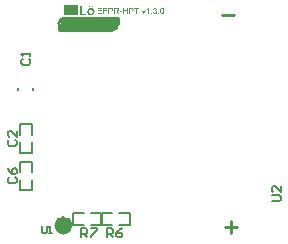
<source format=gto>
G04*
G04 #@! TF.GenerationSoftware,Altium Limited,CircuitStudio,1.5.2 (30)*
G04*
G04 Layer_Color=15065295*
%FSLAX25Y25*%
%MOIN*%
G70*
G01*
G75*
%ADD17C,0.01000*%
%ADD39C,0.03150*%
%ADD40C,0.00500*%
%ADD41R,0.19028X0.03413*%
%ADD42R,0.04921X0.03175*%
G36*
X-10913Y35500D02*
X-11160D01*
Y37074D01*
X-11163Y37071D01*
X-11177Y37060D01*
X-11195Y37042D01*
X-11224Y37022D01*
X-11256Y36996D01*
X-11297Y36967D01*
X-11343Y36935D01*
X-11395Y36903D01*
X-11398D01*
X-11401Y36900D01*
X-11419Y36888D01*
X-11448Y36873D01*
X-11483Y36856D01*
X-11524Y36836D01*
X-11567Y36815D01*
X-11611Y36795D01*
X-11654Y36777D01*
Y37016D01*
X-11652D01*
X-11646Y37022D01*
X-11634Y37025D01*
X-11620Y37034D01*
X-11602Y37042D01*
X-11582Y37054D01*
X-11532Y37083D01*
X-11474Y37115D01*
X-11416Y37156D01*
X-11355Y37202D01*
X-11294Y37252D01*
X-11291Y37255D01*
X-11288Y37258D01*
X-11279Y37266D01*
X-11268Y37275D01*
X-11241Y37304D01*
X-11206Y37339D01*
X-11171Y37380D01*
X-11134Y37426D01*
X-11102Y37473D01*
X-11073Y37522D01*
X-10913D01*
Y35500D01*
D02*
G37*
G36*
X-14209Y37275D02*
X-14873D01*
Y35500D01*
X-15141D01*
Y37275D01*
X-15804D01*
Y37514D01*
X-14209D01*
Y37275D01*
D02*
G37*
G36*
X-9856Y35500D02*
X-10138D01*
Y35782D01*
X-9856D01*
Y35500D01*
D02*
G37*
G36*
X-12551D02*
X-12787D01*
X-13337Y36961D01*
X-13075D01*
X-12760Y36085D01*
Y36082D01*
X-12757Y36079D01*
X-12754Y36070D01*
X-12752Y36062D01*
X-12743Y36033D01*
X-12731Y35995D01*
X-12717Y35951D01*
X-12699Y35902D01*
X-12685Y35846D01*
X-12667Y35791D01*
X-12664Y35797D01*
X-12661Y35811D01*
X-12653Y35835D01*
X-12644Y35870D01*
X-12629Y35907D01*
X-12615Y35957D01*
X-12595Y36009D01*
X-12574Y36068D01*
X-12251Y36961D01*
X-11995D01*
X-12551Y35500D01*
D02*
G37*
G36*
X-7508D02*
X-7790D01*
Y35782D01*
X-7508D01*
Y35500D01*
D02*
G37*
G36*
X-16660Y37511D02*
X-16610Y37508D01*
X-16558Y37505D01*
X-16508Y37499D01*
X-16465Y37493D01*
X-16459D01*
X-16439Y37488D01*
X-16412Y37482D01*
X-16377Y37473D01*
X-16340Y37458D01*
X-16299Y37441D01*
X-16255Y37421D01*
X-16217Y37397D01*
X-16212Y37394D01*
X-16200Y37386D01*
X-16183Y37368D01*
X-16159Y37348D01*
X-16133Y37322D01*
X-16107Y37287D01*
X-16078Y37249D01*
X-16054Y37205D01*
X-16051Y37199D01*
X-16046Y37185D01*
X-16034Y37159D01*
X-16022Y37124D01*
X-16014Y37083D01*
X-16002Y37036D01*
X-15996Y36984D01*
X-15993Y36929D01*
Y36926D01*
Y36917D01*
Y36906D01*
X-15996Y36885D01*
X-15999Y36865D01*
X-16002Y36839D01*
X-16008Y36810D01*
X-16014Y36777D01*
X-16034Y36711D01*
X-16046Y36676D01*
X-16063Y36638D01*
X-16083Y36600D01*
X-16104Y36565D01*
X-16130Y36530D01*
X-16159Y36495D01*
X-16162Y36492D01*
X-16168Y36487D01*
X-16177Y36478D01*
X-16191Y36469D01*
X-16209Y36454D01*
X-16232Y36440D01*
X-16261Y36423D01*
X-16293Y36408D01*
X-16331Y36391D01*
X-16375Y36373D01*
X-16421Y36358D01*
X-16476Y36347D01*
X-16535Y36335D01*
X-16599Y36326D01*
X-16671Y36321D01*
X-16747Y36318D01*
X-17262D01*
Y35500D01*
X-17530D01*
Y37514D01*
X-16703D01*
X-16660Y37511D01*
D02*
G37*
G36*
X-26542Y37275D02*
X-27732D01*
Y36661D01*
X-26618D01*
Y36423D01*
X-27732D01*
Y35739D01*
X-26496D01*
Y35500D01*
X-28000D01*
Y37514D01*
X-26542D01*
Y37275D01*
D02*
G37*
G36*
X-6431Y37519D02*
X-6393Y37514D01*
X-6350Y37505D01*
X-6303Y37493D01*
X-6254Y37479D01*
X-6207Y37455D01*
X-6204D01*
X-6201Y37453D01*
X-6187Y37444D01*
X-6163Y37429D01*
X-6134Y37409D01*
X-6102Y37380D01*
X-6067Y37348D01*
X-6035Y37310D01*
X-6003Y37266D01*
X-6000Y37261D01*
X-5989Y37246D01*
X-5977Y37220D01*
X-5957Y37182D01*
X-5939Y37138D01*
X-5916Y37089D01*
X-5896Y37031D01*
X-5878Y36967D01*
Y36964D01*
X-5875Y36958D01*
X-5872Y36949D01*
X-5869Y36935D01*
X-5866Y36917D01*
X-5864Y36897D01*
X-5858Y36871D01*
X-5855Y36841D01*
X-5849Y36810D01*
X-5846Y36775D01*
X-5843Y36734D01*
X-5837Y36693D01*
X-5835Y36647D01*
Y36600D01*
X-5832Y36548D01*
Y36492D01*
Y36489D01*
Y36478D01*
Y36457D01*
Y36434D01*
X-5835Y36402D01*
Y36367D01*
X-5837Y36329D01*
X-5840Y36289D01*
X-5849Y36195D01*
X-5864Y36099D01*
X-5881Y36006D01*
X-5893Y35963D01*
X-5907Y35919D01*
Y35916D01*
X-5910Y35910D01*
X-5916Y35899D01*
X-5922Y35884D01*
X-5928Y35864D01*
X-5939Y35843D01*
X-5963Y35794D01*
X-5992Y35741D01*
X-6030Y35683D01*
X-6073Y35631D01*
X-6126Y35581D01*
X-6128D01*
X-6131Y35576D01*
X-6140Y35570D01*
X-6152Y35564D01*
X-6166Y35555D01*
X-6181Y35544D01*
X-6225Y35523D01*
X-6277Y35503D01*
X-6338Y35482D01*
X-6411Y35471D01*
X-6489Y35465D01*
X-6518D01*
X-6539Y35468D01*
X-6562Y35471D01*
X-6591Y35477D01*
X-6623Y35482D01*
X-6658Y35491D01*
X-6693Y35503D01*
X-6731Y35515D01*
X-6769Y35532D01*
X-6807Y35552D01*
X-6844Y35576D01*
X-6882Y35605D01*
X-6917Y35637D01*
X-6949Y35672D01*
X-6952Y35675D01*
X-6958Y35683D01*
X-6966Y35698D01*
X-6981Y35721D01*
X-6996Y35747D01*
X-7010Y35782D01*
X-7030Y35823D01*
X-7048Y35870D01*
X-7066Y35922D01*
X-7083Y35983D01*
X-7100Y36050D01*
X-7115Y36126D01*
X-7130Y36207D01*
X-7138Y36294D01*
X-7144Y36391D01*
X-7147Y36492D01*
Y36495D01*
Y36507D01*
Y36527D01*
Y36551D01*
X-7144Y36582D01*
Y36617D01*
X-7141Y36655D01*
X-7138Y36699D01*
X-7130Y36789D01*
X-7115Y36885D01*
X-7097Y36981D01*
X-7086Y37025D01*
X-7074Y37069D01*
Y37071D01*
X-7071Y37077D01*
X-7066Y37089D01*
X-7060Y37103D01*
X-7054Y37124D01*
X-7042Y37144D01*
X-7019Y37194D01*
X-6990Y37246D01*
X-6952Y37301D01*
X-6908Y37357D01*
X-6856Y37403D01*
X-6853D01*
X-6850Y37409D01*
X-6841Y37415D01*
X-6830Y37421D01*
X-6815Y37432D01*
X-6798Y37441D01*
X-6754Y37464D01*
X-6702Y37485D01*
X-6641Y37505D01*
X-6568Y37517D01*
X-6489Y37522D01*
X-6463D01*
X-6431Y37519D01*
D02*
G37*
G36*
X-24752Y37275D02*
X-25847D01*
Y36652D01*
X-24901D01*
Y36414D01*
X-25847D01*
Y35500D01*
X-26114D01*
Y37514D01*
X-24752D01*
Y37275D01*
D02*
G37*
G36*
X-21569Y37511D02*
X-21543D01*
X-21482Y37508D01*
X-21418Y37499D01*
X-21348Y37490D01*
X-21284Y37476D01*
X-21252Y37467D01*
X-21226Y37458D01*
X-21223D01*
X-21220Y37455D01*
X-21202Y37447D01*
X-21176Y37435D01*
X-21144Y37415D01*
X-21109Y37389D01*
X-21071Y37354D01*
X-21036Y37313D01*
X-21001Y37266D01*
Y37264D01*
X-20999Y37261D01*
X-20987Y37243D01*
X-20975Y37214D01*
X-20958Y37176D01*
X-20943Y37132D01*
X-20929Y37080D01*
X-20920Y37025D01*
X-20917Y36964D01*
Y36961D01*
Y36955D01*
Y36943D01*
X-20920Y36929D01*
Y36908D01*
X-20923Y36888D01*
X-20934Y36839D01*
X-20952Y36780D01*
X-20975Y36719D01*
X-21010Y36658D01*
X-21034Y36629D01*
X-21057Y36600D01*
X-21060Y36597D01*
X-21063Y36594D01*
X-21071Y36585D01*
X-21083Y36577D01*
X-21098Y36565D01*
X-21115Y36553D01*
X-21138Y36539D01*
X-21161Y36521D01*
X-21191Y36507D01*
X-21223Y36492D01*
X-21258Y36475D01*
X-21295Y36460D01*
X-21339Y36449D01*
X-21383Y36434D01*
X-21432Y36425D01*
X-21485Y36417D01*
X-21479Y36414D01*
X-21467Y36408D01*
X-21450Y36396D01*
X-21426Y36385D01*
X-21374Y36353D01*
X-21348Y36332D01*
X-21325Y36315D01*
X-21319Y36309D01*
X-21304Y36294D01*
X-21281Y36271D01*
X-21252Y36242D01*
X-21220Y36201D01*
X-21182Y36158D01*
X-21144Y36105D01*
X-21103Y36047D01*
X-20757Y35500D01*
X-21089D01*
X-21354Y35919D01*
Y35922D01*
X-21359Y35928D01*
X-21365Y35936D01*
X-21374Y35948D01*
X-21394Y35980D01*
X-21420Y36021D01*
X-21452Y36064D01*
X-21485Y36111D01*
X-21517Y36155D01*
X-21546Y36195D01*
X-21549Y36198D01*
X-21557Y36210D01*
X-21572Y36228D01*
X-21592Y36248D01*
X-21636Y36292D01*
X-21659Y36312D01*
X-21682Y36329D01*
X-21685Y36332D01*
X-21691Y36335D01*
X-21703Y36341D01*
X-21720Y36350D01*
X-21738Y36358D01*
X-21758Y36367D01*
X-21805Y36382D01*
X-21808D01*
X-21813Y36385D01*
X-21825D01*
X-21839Y36388D01*
X-21860Y36391D01*
X-21883D01*
X-21915Y36393D01*
X-22259D01*
Y35500D01*
X-22526D01*
Y37514D01*
X-21592D01*
X-21569Y37511D01*
D02*
G37*
G36*
X-23536D02*
X-23487Y37508D01*
X-23434Y37505D01*
X-23385Y37499D01*
X-23341Y37493D01*
X-23335D01*
X-23315Y37488D01*
X-23289Y37482D01*
X-23254Y37473D01*
X-23216Y37458D01*
X-23175Y37441D01*
X-23132Y37421D01*
X-23094Y37397D01*
X-23088Y37394D01*
X-23076Y37386D01*
X-23059Y37368D01*
X-23035Y37348D01*
X-23009Y37322D01*
X-22983Y37287D01*
X-22954Y37249D01*
X-22931Y37205D01*
X-22928Y37199D01*
X-22922Y37185D01*
X-22910Y37159D01*
X-22899Y37124D01*
X-22890Y37083D01*
X-22878Y37036D01*
X-22873Y36984D01*
X-22870Y36929D01*
Y36926D01*
Y36917D01*
Y36906D01*
X-22873Y36885D01*
X-22875Y36865D01*
X-22878Y36839D01*
X-22884Y36810D01*
X-22890Y36777D01*
X-22910Y36711D01*
X-22922Y36676D01*
X-22940Y36638D01*
X-22960Y36600D01*
X-22980Y36565D01*
X-23006Y36530D01*
X-23035Y36495D01*
X-23039Y36492D01*
X-23044Y36487D01*
X-23053Y36478D01*
X-23067Y36469D01*
X-23085Y36454D01*
X-23108Y36440D01*
X-23137Y36423D01*
X-23169Y36408D01*
X-23207Y36391D01*
X-23251Y36373D01*
X-23297Y36358D01*
X-23353Y36347D01*
X-23411Y36335D01*
X-23475Y36326D01*
X-23548Y36321D01*
X-23623Y36318D01*
X-24138D01*
Y35500D01*
X-24406D01*
Y37514D01*
X-23580D01*
X-23536Y37511D01*
D02*
G37*
G36*
X-30144Y37460D02*
X-30097Y37455D01*
X-30047Y37446D01*
X-29987Y37437D01*
X-29926Y37423D01*
X-29857Y37405D01*
X-29788Y37381D01*
X-29719Y37354D01*
X-29645Y37321D01*
X-29571Y37280D01*
X-29502Y37233D01*
X-29432Y37183D01*
X-29368Y37123D01*
X-29363Y37118D01*
X-29354Y37109D01*
X-29335Y37086D01*
X-29317Y37063D01*
X-29289Y37026D01*
X-29261Y36989D01*
X-29229Y36938D01*
X-29197Y36887D01*
X-29169Y36827D01*
X-29136Y36762D01*
X-29109Y36688D01*
X-29081Y36615D01*
X-29063Y36531D01*
X-29044Y36448D01*
X-29035Y36356D01*
X-29030Y36259D01*
Y36254D01*
Y36236D01*
Y36208D01*
X-29035Y36171D01*
X-29039Y36125D01*
X-29049Y36074D01*
X-29058Y36014D01*
X-29072Y35954D01*
X-29090Y35884D01*
X-29113Y35815D01*
X-29141Y35741D01*
X-29173Y35667D01*
X-29215Y35593D01*
X-29261Y35524D01*
X-29312Y35455D01*
X-29372Y35386D01*
X-29377Y35381D01*
X-29386Y35372D01*
X-29405Y35353D01*
X-29432Y35330D01*
X-29465Y35307D01*
X-29506Y35279D01*
X-29552Y35247D01*
X-29603Y35215D01*
X-29663Y35182D01*
X-29728Y35150D01*
X-29797Y35122D01*
X-29876Y35099D01*
X-29954Y35076D01*
X-30042Y35058D01*
X-30130Y35048D01*
X-30227Y35044D01*
X-30259D01*
X-30282Y35048D01*
X-30310D01*
X-30342Y35053D01*
X-30421Y35062D01*
X-30518Y35081D01*
X-30619Y35104D01*
X-30726Y35141D01*
X-30837Y35187D01*
X-30841D01*
X-30850Y35192D01*
X-30864Y35201D01*
X-30883Y35215D01*
X-30934Y35247D01*
X-30998Y35293D01*
X-31068Y35353D01*
X-31142Y35427D01*
X-31211Y35510D01*
X-31275Y35607D01*
Y35612D01*
X-31280Y35621D01*
X-31289Y35635D01*
X-31299Y35658D01*
X-31308Y35686D01*
X-31322Y35718D01*
X-31336Y35755D01*
X-31350Y35797D01*
X-31363Y35843D01*
X-31377Y35894D01*
X-31400Y36009D01*
X-31419Y36143D01*
X-31423Y36286D01*
Y36291D01*
Y36300D01*
Y36319D01*
X-31419Y36337D01*
Y36365D01*
X-31414Y36397D01*
X-31405Y36476D01*
X-31386Y36564D01*
X-31359Y36661D01*
X-31326Y36767D01*
X-31275Y36873D01*
Y36878D01*
X-31266Y36887D01*
X-31262Y36901D01*
X-31248Y36919D01*
X-31211Y36970D01*
X-31165Y37035D01*
X-31105Y37104D01*
X-31031Y37178D01*
X-30948Y37247D01*
X-30850Y37312D01*
X-30846D01*
X-30837Y37317D01*
X-30823Y37326D01*
X-30800Y37335D01*
X-30777Y37349D01*
X-30744Y37358D01*
X-30707Y37372D01*
X-30670Y37391D01*
X-30578Y37418D01*
X-30472Y37441D01*
X-30356Y37460D01*
X-30231Y37464D01*
X-30181D01*
X-30144Y37460D01*
D02*
G37*
G36*
X-17975Y35500D02*
X-18243D01*
Y36449D01*
X-19285D01*
Y35500D01*
X-19552D01*
Y37514D01*
X-19285D01*
Y36687D01*
X-18243D01*
Y37514D01*
X-17975D01*
Y35500D01*
D02*
G37*
G36*
X-33345Y35635D02*
X-31738D01*
Y35094D01*
X-33992D01*
Y38268D01*
X-33345D01*
Y35635D01*
D02*
G37*
G36*
X-29478Y37714D02*
X-30005D01*
Y38241D01*
X-29478D01*
Y37714D01*
D02*
G37*
G36*
X-30421D02*
X-30948D01*
Y38241D01*
X-30421D01*
Y37714D01*
D02*
G37*
G36*
X-8803Y37519D02*
X-8765Y37514D01*
X-8718Y37505D01*
X-8666Y37490D01*
X-8614Y37473D01*
X-8561Y37450D01*
X-8558D01*
X-8555Y37447D01*
X-8538Y37438D01*
X-8512Y37421D01*
X-8483Y37400D01*
X-8448Y37371D01*
X-8413Y37339D01*
X-8378Y37301D01*
X-8349Y37258D01*
X-8346Y37252D01*
X-8337Y37237D01*
X-8326Y37211D01*
X-8311Y37179D01*
X-8296Y37141D01*
X-8285Y37098D01*
X-8276Y37048D01*
X-8273Y36999D01*
Y36993D01*
Y36975D01*
X-8276Y36952D01*
X-8282Y36920D01*
X-8291Y36882D01*
X-8305Y36841D01*
X-8323Y36801D01*
X-8346Y36760D01*
X-8349Y36754D01*
X-8358Y36743D01*
X-8375Y36722D01*
X-8398Y36699D01*
X-8427Y36673D01*
X-8462Y36644D01*
X-8503Y36617D01*
X-8552Y36591D01*
X-8550D01*
X-8544Y36588D01*
X-8535Y36585D01*
X-8523Y36582D01*
X-8491Y36571D01*
X-8451Y36553D01*
X-8404Y36530D01*
X-8358Y36501D01*
X-8314Y36463D01*
X-8273Y36420D01*
X-8270Y36414D01*
X-8259Y36396D01*
X-8241Y36367D01*
X-8224Y36329D01*
X-8206Y36283D01*
X-8189Y36228D01*
X-8177Y36163D01*
X-8174Y36094D01*
Y36091D01*
Y36082D01*
Y36068D01*
X-8177Y36050D01*
X-8180Y36027D01*
X-8186Y36000D01*
X-8192Y35971D01*
X-8197Y35939D01*
X-8221Y35870D01*
X-8238Y35832D01*
X-8256Y35797D01*
X-8279Y35759D01*
X-8305Y35721D01*
X-8334Y35683D01*
X-8369Y35648D01*
X-8372Y35645D01*
X-8378Y35640D01*
X-8389Y35631D01*
X-8404Y35619D01*
X-8422Y35605D01*
X-8445Y35590D01*
X-8471Y35573D01*
X-8503Y35558D01*
X-8535Y35541D01*
X-8573Y35523D01*
X-8611Y35509D01*
X-8654Y35494D01*
X-8701Y35482D01*
X-8750Y35474D01*
X-8800Y35468D01*
X-8855Y35465D01*
X-8881D01*
X-8899Y35468D01*
X-8922Y35471D01*
X-8948Y35474D01*
X-8977Y35480D01*
X-9009Y35485D01*
X-9079Y35503D01*
X-9152Y35532D01*
X-9190Y35550D01*
X-9225Y35570D01*
X-9260Y35596D01*
X-9295Y35622D01*
X-9297Y35625D01*
X-9303Y35631D01*
X-9312Y35640D01*
X-9321Y35651D01*
X-9335Y35666D01*
X-9350Y35686D01*
X-9367Y35707D01*
X-9385Y35733D01*
X-9402Y35762D01*
X-9420Y35791D01*
X-9452Y35861D01*
X-9478Y35942D01*
X-9487Y35986D01*
X-9492Y36033D01*
X-9245Y36064D01*
Y36062D01*
X-9242Y36056D01*
X-9239Y36044D01*
X-9236Y36030D01*
X-9233Y36012D01*
X-9228Y35992D01*
X-9213Y35948D01*
X-9193Y35896D01*
X-9166Y35846D01*
X-9137Y35800D01*
X-9103Y35759D01*
X-9097Y35756D01*
X-9085Y35744D01*
X-9062Y35730D01*
X-9033Y35715D01*
X-8998Y35698D01*
X-8954Y35683D01*
X-8905Y35672D01*
X-8852Y35669D01*
X-8835D01*
X-8823Y35672D01*
X-8791Y35675D01*
X-8750Y35683D01*
X-8704Y35698D01*
X-8654Y35718D01*
X-8605Y35747D01*
X-8558Y35788D01*
X-8552Y35794D01*
X-8538Y35811D01*
X-8521Y35838D01*
X-8497Y35873D01*
X-8474Y35916D01*
X-8456Y35966D01*
X-8442Y36024D01*
X-8436Y36088D01*
Y36091D01*
Y36097D01*
Y36105D01*
X-8439Y36117D01*
X-8442Y36149D01*
X-8451Y36187D01*
X-8462Y36233D01*
X-8483Y36280D01*
X-8512Y36326D01*
X-8550Y36370D01*
X-8555Y36376D01*
X-8570Y36388D01*
X-8593Y36405D01*
X-8625Y36425D01*
X-8666Y36446D01*
X-8715Y36463D01*
X-8771Y36475D01*
X-8832Y36481D01*
X-8858D01*
X-8878Y36478D01*
X-8905Y36475D01*
X-8934Y36469D01*
X-8969Y36463D01*
X-9006Y36454D01*
X-8977Y36673D01*
X-8963D01*
X-8951Y36670D01*
X-8913D01*
X-8881Y36676D01*
X-8844Y36682D01*
X-8800Y36690D01*
X-8750Y36705D01*
X-8704Y36725D01*
X-8654Y36751D01*
X-8651D01*
X-8648Y36754D01*
X-8634Y36766D01*
X-8614Y36786D01*
X-8590Y36812D01*
X-8567Y36850D01*
X-8547Y36894D01*
X-8532Y36943D01*
X-8526Y36972D01*
Y37005D01*
Y37007D01*
Y37010D01*
Y37028D01*
X-8532Y37051D01*
X-8538Y37083D01*
X-8550Y37118D01*
X-8564Y37156D01*
X-8587Y37194D01*
X-8619Y37229D01*
X-8622Y37231D01*
X-8637Y37243D01*
X-8657Y37258D01*
X-8683Y37275D01*
X-8718Y37290D01*
X-8759Y37304D01*
X-8806Y37316D01*
X-8858Y37319D01*
X-8881D01*
X-8907Y37313D01*
X-8942Y37307D01*
X-8980Y37295D01*
X-9018Y37281D01*
X-9059Y37258D01*
X-9097Y37229D01*
X-9100Y37226D01*
X-9111Y37211D01*
X-9129Y37191D01*
X-9149Y37162D01*
X-9169Y37124D01*
X-9190Y37077D01*
X-9207Y37022D01*
X-9219Y36958D01*
X-9466Y37002D01*
Y37005D01*
X-9463Y37013D01*
X-9460Y37025D01*
X-9458Y37042D01*
X-9452Y37063D01*
X-9443Y37086D01*
X-9426Y37141D01*
X-9396Y37205D01*
X-9362Y37269D01*
X-9318Y37330D01*
X-9262Y37386D01*
X-9260Y37389D01*
X-9254Y37391D01*
X-9245Y37397D01*
X-9233Y37406D01*
X-9219Y37418D01*
X-9199Y37429D01*
X-9178Y37441D01*
X-9152Y37455D01*
X-9094Y37479D01*
X-9027Y37502D01*
X-8948Y37517D01*
X-8907Y37522D01*
X-8835D01*
X-8803Y37519D01*
D02*
G37*
G36*
X-19864Y36105D02*
X-20629D01*
Y36353D01*
X-19864D01*
Y36105D01*
D02*
G37*
%LPC*%
G36*
X-30227Y36966D02*
X-30250D01*
X-30268Y36961D01*
X-30310Y36956D01*
X-30365Y36942D01*
X-30430Y36919D01*
X-30499Y36887D01*
X-30569Y36841D01*
X-30633Y36781D01*
X-30638Y36772D01*
X-30656Y36748D01*
X-30684Y36702D01*
X-30712Y36647D01*
X-30744Y36573D01*
X-30767Y36481D01*
X-30786Y36374D01*
X-30795Y36254D01*
Y36250D01*
Y36240D01*
Y36222D01*
X-30790Y36199D01*
Y36166D01*
X-30786Y36134D01*
X-30777Y36060D01*
X-30753Y35972D01*
X-30726Y35884D01*
X-30689Y35797D01*
X-30633Y35723D01*
X-30624Y35714D01*
X-30606Y35695D01*
X-30569Y35667D01*
X-30518Y35635D01*
X-30462Y35598D01*
X-30393Y35570D01*
X-30315Y35552D01*
X-30227Y35543D01*
X-30204D01*
X-30185Y35547D01*
X-30144Y35552D01*
X-30088Y35566D01*
X-30024Y35589D01*
X-29954Y35616D01*
X-29890Y35663D01*
X-29825Y35723D01*
X-29816Y35732D01*
X-29797Y35755D01*
X-29774Y35801D01*
X-29742Y35857D01*
X-29709Y35935D01*
X-29686Y36023D01*
X-29668Y36134D01*
X-29659Y36254D01*
Y36259D01*
Y36268D01*
Y36286D01*
X-29663Y36309D01*
Y36337D01*
X-29668Y36374D01*
X-29677Y36448D01*
X-29700Y36531D01*
X-29728Y36619D01*
X-29769Y36707D01*
X-29825Y36781D01*
X-29834Y36790D01*
X-29853Y36808D01*
X-29890Y36841D01*
X-29936Y36873D01*
X-29996Y36906D01*
X-30060Y36938D01*
X-30139Y36956D01*
X-30227Y36966D01*
D02*
G37*
G36*
X-6492Y37319D02*
X-6510D01*
X-6521Y37316D01*
X-6553Y37310D01*
X-6591Y37301D01*
X-6635Y37284D01*
X-6681Y37258D01*
X-6705Y37240D01*
X-6728Y37223D01*
X-6748Y37199D01*
X-6769Y37173D01*
Y37170D01*
X-6775Y37165D01*
X-6780Y37153D01*
X-6789Y37138D01*
X-6798Y37115D01*
X-6809Y37089D01*
X-6818Y37057D01*
X-6830Y37019D01*
X-6841Y36975D01*
X-6853Y36926D01*
X-6865Y36871D01*
X-6873Y36810D01*
X-6882Y36740D01*
X-6888Y36664D01*
X-6891Y36582D01*
X-6894Y36492D01*
Y36487D01*
Y36472D01*
Y36446D01*
X-6891Y36411D01*
Y36373D01*
X-6888Y36326D01*
X-6885Y36277D01*
X-6879Y36225D01*
X-6865Y36111D01*
X-6856Y36056D01*
X-6844Y36003D01*
X-6833Y35954D01*
X-6815Y35907D01*
X-6798Y35867D01*
X-6777Y35832D01*
Y35829D01*
X-6772Y35826D01*
X-6757Y35805D01*
X-6731Y35779D01*
X-6699Y35750D01*
X-6655Y35721D01*
X-6606Y35695D01*
X-6550Y35675D01*
X-6521Y35672D01*
X-6489Y35669D01*
X-6472D01*
X-6460Y35672D01*
X-6431Y35677D01*
X-6390Y35689D01*
X-6347Y35710D01*
X-6297Y35739D01*
X-6274Y35756D01*
X-6251Y35779D01*
X-6227Y35803D01*
X-6204Y35832D01*
Y35835D01*
X-6198Y35840D01*
X-6193Y35849D01*
X-6187Y35864D01*
X-6175Y35884D01*
X-6166Y35910D01*
X-6155Y35939D01*
X-6143Y35974D01*
X-6134Y36018D01*
X-6123Y36064D01*
X-6111Y36120D01*
X-6102Y36178D01*
X-6096Y36248D01*
X-6091Y36321D01*
X-6085Y36402D01*
Y36492D01*
Y36495D01*
Y36498D01*
Y36513D01*
Y36539D01*
X-6088Y36574D01*
Y36612D01*
X-6091Y36658D01*
X-6094Y36708D01*
X-6099Y36763D01*
X-6114Y36873D01*
X-6123Y36929D01*
X-6134Y36981D01*
X-6146Y37031D01*
X-6163Y37077D01*
X-6181Y37118D01*
X-6201Y37153D01*
Y37156D01*
X-6207Y37159D01*
X-6213Y37167D01*
X-6222Y37179D01*
X-6248Y37205D01*
X-6280Y37237D01*
X-6323Y37266D01*
X-6373Y37293D01*
X-6399Y37304D01*
X-6428Y37313D01*
X-6460Y37316D01*
X-6492Y37319D01*
D02*
G37*
G36*
X-21624Y37290D02*
X-22259D01*
Y36623D01*
X-21659D01*
X-21624Y36626D01*
X-21583Y36629D01*
X-21537Y36632D01*
X-21490Y36638D01*
X-21444Y36647D01*
X-21403Y36658D01*
X-21397Y36661D01*
X-21386Y36667D01*
X-21368Y36676D01*
X-21345Y36687D01*
X-21319Y36705D01*
X-21292Y36725D01*
X-21266Y36751D01*
X-21246Y36780D01*
X-21243Y36783D01*
X-21237Y36795D01*
X-21228Y36812D01*
X-21217Y36836D01*
X-21208Y36862D01*
X-21199Y36891D01*
X-21193Y36926D01*
X-21191Y36961D01*
Y36964D01*
Y36967D01*
X-21193Y36984D01*
X-21196Y37010D01*
X-21202Y37045D01*
X-21217Y37080D01*
X-21234Y37121D01*
X-21260Y37159D01*
X-21295Y37196D01*
X-21301Y37199D01*
X-21316Y37211D01*
X-21339Y37226D01*
X-21377Y37243D01*
X-21420Y37261D01*
X-21479Y37275D01*
X-21546Y37287D01*
X-21624Y37290D01*
D02*
G37*
G36*
X-16686Y37275D02*
X-17262D01*
Y36556D01*
X-16721D01*
X-16701Y36559D01*
X-16680D01*
X-16657Y36562D01*
X-16601Y36568D01*
X-16540Y36580D01*
X-16479Y36597D01*
X-16424Y36620D01*
X-16398Y36635D01*
X-16377Y36652D01*
X-16372Y36658D01*
X-16360Y36670D01*
X-16342Y36693D01*
X-16322Y36722D01*
X-16302Y36760D01*
X-16284Y36807D01*
X-16273Y36859D01*
X-16267Y36920D01*
Y36923D01*
Y36926D01*
Y36940D01*
X-16270Y36967D01*
X-16276Y36996D01*
X-16281Y37028D01*
X-16293Y37066D01*
X-16310Y37100D01*
X-16331Y37135D01*
X-16334Y37138D01*
X-16342Y37150D01*
X-16357Y37165D01*
X-16375Y37185D01*
X-16401Y37205D01*
X-16430Y37223D01*
X-16462Y37240D01*
X-16500Y37255D01*
X-16503D01*
X-16514Y37258D01*
X-16532Y37261D01*
X-16555Y37266D01*
X-16590Y37269D01*
X-16634Y37272D01*
X-16686Y37275D01*
D02*
G37*
G36*
X-23562D02*
X-24138D01*
Y36556D01*
X-23597D01*
X-23577Y36559D01*
X-23556D01*
X-23533Y36562D01*
X-23478Y36568D01*
X-23417Y36580D01*
X-23356Y36597D01*
X-23300Y36620D01*
X-23274Y36635D01*
X-23254Y36652D01*
X-23248Y36658D01*
X-23236Y36670D01*
X-23219Y36693D01*
X-23199Y36722D01*
X-23178Y36760D01*
X-23161Y36807D01*
X-23149Y36859D01*
X-23143Y36920D01*
Y36923D01*
Y36926D01*
Y36940D01*
X-23146Y36967D01*
X-23152Y36996D01*
X-23158Y37028D01*
X-23169Y37066D01*
X-23187Y37100D01*
X-23207Y37135D01*
X-23210Y37138D01*
X-23219Y37150D01*
X-23233Y37165D01*
X-23251Y37185D01*
X-23277Y37205D01*
X-23306Y37223D01*
X-23338Y37240D01*
X-23376Y37255D01*
X-23379D01*
X-23391Y37258D01*
X-23408Y37261D01*
X-23431Y37266D01*
X-23466Y37269D01*
X-23510Y37272D01*
X-23562Y37275D01*
D02*
G37*
%LPD*%
D17*
X-38992Y34150D02*
G03*
X-40961Y32221I-20J-1949D01*
G01*
X-23205Y30071D02*
G03*
X-21276Y32000I0J1929D01*
G01*
X-38992Y34150D02*
X-21276D01*
X-38992Y34150D02*
X-38992Y34150D01*
X-21276Y32000D02*
Y34150D01*
X-40961Y30000D02*
Y32221D01*
Y30000D02*
X-40961Y30000D01*
X-23276D01*
X-23205Y30071D01*
X14500Y-35501D02*
X18499D01*
X16499Y-33502D02*
Y-37500D01*
X13500Y34999D02*
X17499D01*
D39*
X-37795Y-35000D02*
G03*
X-37795Y-35000I-1575J0D01*
G01*
D40*
X-26700D02*
Y-31000D01*
X-17300Y-35000D02*
Y-31000D01*
X-26700Y-35000D02*
X-23200D01*
X-26700Y-31000D02*
X-23200D01*
X-20800D02*
X-17300D01*
X-20800Y-35000D02*
X-17300D01*
X-26800D02*
Y-31000D01*
X-36200Y-35000D02*
Y-31000D01*
X-30300D02*
X-26800D01*
X-30300Y-35000D02*
X-26800D01*
X-36200D02*
X-32700D01*
X-36200Y-31000D02*
X-32700D01*
X-54500Y10106D02*
Y10894D01*
X-49500Y10106D02*
Y10894D01*
X-50000Y-17300D02*
Y-13800D01*
X-54000Y-17300D02*
Y-13800D01*
Y-23200D02*
Y-19700D01*
X-50000Y-23200D02*
Y-19700D01*
X-54000Y-13800D02*
X-50000D01*
X-54000Y-23200D02*
X-50000D01*
X-54000Y-10700D02*
Y-7200D01*
X-50000Y-10700D02*
Y-7200D01*
Y-4800D02*
Y-1300D01*
X-54000Y-4800D02*
Y-1300D01*
Y-10700D02*
X-50000D01*
X-54000Y-1300D02*
X-50000D01*
X-33500Y-39000D02*
Y-35851D01*
X-31926D01*
X-31401Y-36376D01*
Y-37426D01*
X-31926Y-37951D01*
X-33500D01*
X-32451D02*
X-31401Y-39000D01*
X-30351Y-35851D02*
X-28252D01*
Y-36376D01*
X-30351Y-38475D01*
Y-39000D01*
X-25000D02*
Y-35851D01*
X-23426D01*
X-22901Y-36376D01*
Y-37426D01*
X-23426Y-37951D01*
X-25000D01*
X-23950D02*
X-22901Y-39000D01*
X-19752Y-35851D02*
X-20802Y-36376D01*
X-21851Y-37426D01*
Y-38475D01*
X-21327Y-39000D01*
X-20277D01*
X-19752Y-38475D01*
Y-37951D01*
X-20277Y-37426D01*
X-21851D01*
X-57499Y-19001D02*
X-57999Y-19500D01*
Y-20500D01*
X-57499Y-21000D01*
X-55500D01*
X-55000Y-20500D01*
Y-19500D01*
X-55500Y-19001D01*
X-57999Y-16002D02*
X-57499Y-17001D01*
X-56499Y-18001D01*
X-55500D01*
X-55000Y-17501D01*
Y-16501D01*
X-55500Y-16002D01*
X-56000D01*
X-56499Y-16501D01*
Y-18001D01*
X30001Y-27000D02*
X32500D01*
X33000Y-26500D01*
Y-25501D01*
X32500Y-25001D01*
X30001D01*
X33000Y-22002D02*
Y-24001D01*
X31001Y-22002D01*
X30501D01*
X30001Y-22501D01*
Y-23501D01*
X30501Y-24001D01*
X-46500Y-35139D02*
Y-37106D01*
X-46106Y-37500D01*
X-45319D01*
X-44926Y-37106D01*
Y-35139D01*
X-44139Y-37500D02*
X-43351D01*
X-43745D01*
Y-35139D01*
X-44139Y-35532D01*
X-57499Y-6521D02*
X-57999Y-7021D01*
Y-8020D01*
X-57499Y-8520D01*
X-55500D01*
X-55000Y-8020D01*
Y-7021D01*
X-55500Y-6521D01*
X-55000Y-3522D02*
Y-5521D01*
X-56999Y-3522D01*
X-57499D01*
X-57999Y-4022D01*
Y-5021D01*
X-57499Y-5521D01*
X-52999Y20499D02*
X-53499Y19999D01*
Y19000D01*
X-52999Y18500D01*
X-51000D01*
X-50500Y19000D01*
Y19999D01*
X-51000Y20499D01*
X-50500Y21499D02*
Y22499D01*
Y21999D01*
X-53499D01*
X-52999Y21499D01*
D41*
X-31014Y32207D02*
D03*
D42*
X-37004Y36643D02*
D03*
M02*

</source>
